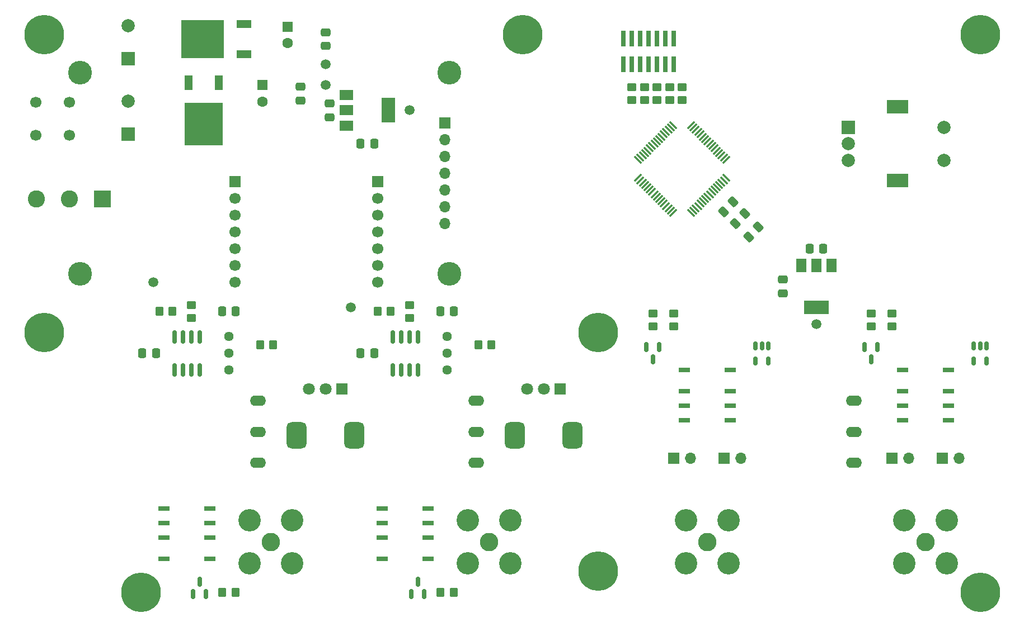
<source format=gbs>
G04 #@! TF.GenerationSoftware,KiCad,Pcbnew,(6.0.7)*
G04 #@! TF.CreationDate,2022-09-12T18:31:15+03:00*
G04 #@! TF.ProjectId,SigGen,53696747-656e-42e6-9b69-6361645f7063,rev?*
G04 #@! TF.SameCoordinates,Original*
G04 #@! TF.FileFunction,Soldermask,Bot*
G04 #@! TF.FilePolarity,Negative*
%FSLAX46Y46*%
G04 Gerber Fmt 4.6, Leading zero omitted, Abs format (unit mm)*
G04 Created by KiCad (PCBNEW (6.0.7)) date 2022-09-12 18:31:15*
%MOMM*%
%LPD*%
G01*
G04 APERTURE LIST*
G04 Aperture macros list*
%AMRoundRect*
0 Rectangle with rounded corners*
0 $1 Rounding radius*
0 $2 $3 $4 $5 $6 $7 $8 $9 X,Y pos of 4 corners*
0 Add a 4 corners polygon primitive as box body*
4,1,4,$2,$3,$4,$5,$6,$7,$8,$9,$2,$3,0*
0 Add four circle primitives for the rounded corners*
1,1,$1+$1,$2,$3*
1,1,$1+$1,$4,$5*
1,1,$1+$1,$6,$7*
1,1,$1+$1,$8,$9*
0 Add four rect primitives between the rounded corners*
20,1,$1+$1,$2,$3,$4,$5,0*
20,1,$1+$1,$4,$5,$6,$7,0*
20,1,$1+$1,$6,$7,$8,$9,0*
20,1,$1+$1,$8,$9,$2,$3,0*%
G04 Aperture macros list end*
%ADD10C,0.800000*%
%ADD11C,6.000000*%
%ADD12C,2.800000*%
%ADD13C,3.400000*%
%ADD14O,2.400000X1.600000*%
%ADD15R,1.700000X1.700000*%
%ADD16O,1.700000X1.700000*%
%ADD17R,1.800000X1.800000*%
%ADD18C,1.800000*%
%ADD19RoundRect,0.750000X-0.750000X1.250000X-0.750000X-1.250000X0.750000X-1.250000X0.750000X1.250000X0*%
%ADD20R,2.000000X2.000000*%
%ADD21C,2.000000*%
%ADD22R,3.200000X2.000000*%
%ADD23C,3.600000*%
%ADD24R,2.200000X1.200000*%
%ADD25R,6.400000X5.800000*%
%ADD26RoundRect,0.250000X0.450000X-0.350000X0.450000X0.350000X-0.450000X0.350000X-0.450000X-0.350000X0*%
%ADD27RoundRect,0.150000X-0.150000X0.512500X-0.150000X-0.512500X0.150000X-0.512500X0.150000X0.512500X0*%
%ADD28RoundRect,0.250000X-0.450000X0.350000X-0.450000X-0.350000X0.450000X-0.350000X0.450000X0.350000X0*%
%ADD29RoundRect,0.250000X-0.350000X-0.450000X0.350000X-0.450000X0.350000X0.450000X-0.350000X0.450000X0*%
%ADD30RoundRect,0.150000X-0.150000X0.825000X-0.150000X-0.825000X0.150000X-0.825000X0.150000X0.825000X0*%
%ADD31R,1.800000X0.800000*%
%ADD32R,1.500000X2.000000*%
%ADD33R,3.800000X2.000000*%
%ADD34RoundRect,0.250000X-0.475000X0.337500X-0.475000X-0.337500X0.475000X-0.337500X0.475000X0.337500X0*%
%ADD35C,1.500000*%
%ADD36RoundRect,0.150000X-0.150000X0.587500X-0.150000X-0.587500X0.150000X-0.587500X0.150000X0.587500X0*%
%ADD37C,1.700000*%
%ADD38RoundRect,0.250000X0.337500X0.475000X-0.337500X0.475000X-0.337500X-0.475000X0.337500X-0.475000X0*%
%ADD39R,1.200000X2.200000*%
%ADD40R,5.800000X6.400000*%
%ADD41RoundRect,0.150000X0.150000X-0.587500X0.150000X0.587500X-0.150000X0.587500X-0.150000X-0.587500X0*%
%ADD42RoundRect,0.075000X0.548008X-0.441942X-0.441942X0.548008X-0.548008X0.441942X0.441942X-0.548008X0*%
%ADD43RoundRect,0.075000X0.548008X0.441942X0.441942X0.548008X-0.548008X-0.441942X-0.441942X-0.548008X0*%
%ADD44RoundRect,0.250000X-0.097227X0.574524X-0.574524X0.097227X0.097227X-0.574524X0.574524X-0.097227X0*%
%ADD45R,2.600000X2.600000*%
%ADD46C,2.600000*%
%ADD47C,1.440000*%
%ADD48RoundRect,0.250000X0.097227X-0.574524X0.574524X-0.097227X-0.097227X0.574524X-0.574524X0.097227X0*%
%ADD49RoundRect,0.250000X0.475000X-0.337500X0.475000X0.337500X-0.475000X0.337500X-0.475000X-0.337500X0*%
%ADD50R,1.600000X1.600000*%
%ADD51C,1.600000*%
%ADD52R,0.740000X2.400000*%
%ADD53RoundRect,0.250000X0.350000X0.450000X-0.350000X0.450000X-0.350000X-0.450000X0.350000X-0.450000X0*%
%ADD54R,2.000000X1.500000*%
%ADD55R,2.000000X3.800000*%
G04 APERTURE END LIST*
D10*
X171135990Y-112080990D03*
X171135990Y-108899010D03*
X167954010Y-112080990D03*
D11*
X169545000Y-110490000D03*
D10*
X167295000Y-110490000D03*
X167954010Y-108899010D03*
X171795000Y-110490000D03*
X169545000Y-112740000D03*
X169545000Y-108240000D03*
X25690000Y-26035000D03*
X29530990Y-24444010D03*
X26349010Y-27625990D03*
X29530990Y-27625990D03*
X30190000Y-26035000D03*
X26349010Y-24444010D03*
X27940000Y-28285000D03*
D11*
X27940000Y-26035000D03*
D10*
X27940000Y-23785000D03*
D12*
X161290000Y-102870000D03*
D13*
X158040000Y-106120000D03*
X158040000Y-99620000D03*
X164540000Y-99620000D03*
X164540000Y-106120000D03*
D14*
X60310000Y-81495000D03*
X60310000Y-86195000D03*
X60310000Y-90895000D03*
D10*
X109510000Y-71120000D03*
X111760000Y-68870000D03*
X113350990Y-69529010D03*
X114010000Y-71120000D03*
X111760000Y-73370000D03*
X110169010Y-69529010D03*
X113350990Y-72710990D03*
X110169010Y-72710990D03*
D11*
X111760000Y-71120000D03*
D15*
X163830000Y-90170000D03*
D16*
X166370000Y-90170000D03*
D12*
X62230000Y-102870000D03*
D13*
X58980000Y-106120000D03*
X65480000Y-106120000D03*
X58980000Y-99620000D03*
X65480000Y-99620000D03*
D17*
X72985000Y-79675000D03*
D18*
X70485000Y-79675000D03*
X67985000Y-79675000D03*
D19*
X74885000Y-86675000D03*
X66085000Y-86675000D03*
D10*
X111760000Y-109565000D03*
X110169010Y-105724010D03*
X111760000Y-105065000D03*
X109510000Y-107315000D03*
X113350990Y-105724010D03*
X113350990Y-108905990D03*
D11*
X111760000Y-107315000D03*
D10*
X110169010Y-108905990D03*
X114010000Y-107315000D03*
D15*
X156210000Y-90170000D03*
D16*
X158750000Y-90170000D03*
D10*
X100330000Y-28285000D03*
X98739010Y-24444010D03*
X98080000Y-26035000D03*
D11*
X100330000Y-26035000D03*
D10*
X101920990Y-27625990D03*
X101920990Y-24444010D03*
X100330000Y-23785000D03*
X102580000Y-26035000D03*
X98739010Y-27625990D03*
D20*
X149595000Y-40045000D03*
D21*
X149595000Y-45045000D03*
X149595000Y-42545000D03*
D22*
X157095000Y-48145000D03*
X157095000Y-36945000D03*
D21*
X164095000Y-45045000D03*
X164095000Y-40045000D03*
D10*
X40954010Y-112080990D03*
D11*
X42545000Y-110490000D03*
D10*
X40954010Y-108899010D03*
X40295000Y-110490000D03*
X42545000Y-108240000D03*
X44795000Y-110490000D03*
X44135990Y-108899010D03*
X44135990Y-112080990D03*
X42545000Y-112740000D03*
D12*
X128270000Y-102870000D03*
D13*
X131520000Y-99620000D03*
X131520000Y-106120000D03*
X125020000Y-99620000D03*
X125020000Y-106120000D03*
D10*
X167295000Y-26035000D03*
X169545000Y-23785000D03*
X171135990Y-27625990D03*
X171795000Y-26035000D03*
X169545000Y-28285000D03*
D11*
X169545000Y-26035000D03*
D10*
X167954010Y-24444010D03*
X171135990Y-24444010D03*
X167954010Y-27625990D03*
D17*
X106005000Y-79675000D03*
D18*
X103505000Y-79675000D03*
X101005000Y-79675000D03*
D19*
X99105000Y-86675000D03*
X107905000Y-86675000D03*
D15*
X123190000Y-90170000D03*
D16*
X125730000Y-90170000D03*
D14*
X150480000Y-81495000D03*
X150480000Y-86195000D03*
X150480000Y-90895000D03*
X93330000Y-81495000D03*
X93330000Y-86195000D03*
X93330000Y-90895000D03*
D10*
X25690000Y-71120000D03*
X30190000Y-71120000D03*
X27940000Y-68870000D03*
X27940000Y-73370000D03*
X29530990Y-69529010D03*
X26349010Y-72710990D03*
D11*
X27940000Y-71120000D03*
D10*
X29530990Y-72710990D03*
X26349010Y-69529010D03*
D23*
X33330000Y-31750000D03*
X89210000Y-31750000D03*
X89210000Y-62230000D03*
X33330000Y-62230000D03*
D15*
X88575000Y-39370000D03*
D16*
X88575000Y-41910000D03*
X88575000Y-44450000D03*
X88575000Y-46990000D03*
X88575000Y-49530000D03*
X88575000Y-52070000D03*
X88575000Y-54610000D03*
D12*
X95250000Y-102870000D03*
D13*
X92000000Y-99620000D03*
X98500000Y-99620000D03*
X98500000Y-106120000D03*
X92000000Y-106120000D03*
D15*
X130810000Y-90170000D03*
D16*
X133350000Y-90170000D03*
D24*
X58175000Y-24390000D03*
D25*
X51875000Y-26670000D03*
D24*
X58175000Y-28950000D03*
D20*
X40640000Y-41102677D03*
D21*
X40640000Y-36102677D03*
D26*
X116840000Y-35925000D03*
X116840000Y-33925000D03*
D27*
X135575000Y-73157500D03*
X136525000Y-73157500D03*
X137475000Y-73157500D03*
X137475000Y-75432500D03*
X135575000Y-75432500D03*
D28*
X83185000Y-66945000D03*
X83185000Y-68945000D03*
D29*
X60595000Y-73025000D03*
X62595000Y-73025000D03*
D30*
X47625000Y-71820000D03*
X48895000Y-71820000D03*
X50165000Y-71820000D03*
X51435000Y-71820000D03*
X51435000Y-76770000D03*
X50165000Y-76770000D03*
X48895000Y-76770000D03*
X47625000Y-76770000D03*
D31*
X164790000Y-76845000D03*
X164790000Y-80045000D03*
X164790000Y-82245000D03*
X164790000Y-84445000D03*
X157790000Y-84445000D03*
X157790000Y-82245000D03*
X157790000Y-80045000D03*
X157790000Y-76845000D03*
D29*
X45355000Y-67945000D03*
X47355000Y-67945000D03*
D32*
X142480000Y-60985000D03*
X144780000Y-60985000D03*
D33*
X144780000Y-67285000D03*
D32*
X147080000Y-60985000D03*
D34*
X66675000Y-33887500D03*
X66675000Y-35962500D03*
D35*
X144780000Y-69850000D03*
D36*
X119065000Y-73357500D03*
X120965000Y-73357500D03*
X120015000Y-75232500D03*
D28*
X124460000Y-33925000D03*
X124460000Y-35925000D03*
D15*
X78360000Y-48260000D03*
D37*
X78360000Y-50800000D03*
X78360000Y-53340000D03*
X78360000Y-55880000D03*
X78360000Y-58420000D03*
X78360000Y-60960000D03*
X78360000Y-63500000D03*
D38*
X77872500Y-42545000D03*
X75797500Y-42545000D03*
D39*
X49790000Y-33265000D03*
D40*
X52070000Y-39565000D03*
D39*
X54350000Y-33265000D03*
D31*
X131770000Y-76845000D03*
X131770000Y-80045000D03*
X131770000Y-82245000D03*
X131770000Y-84445000D03*
X124770000Y-84445000D03*
X124770000Y-82245000D03*
X124770000Y-80045000D03*
X124770000Y-76845000D03*
D36*
X152085000Y-73357500D03*
X153985000Y-73357500D03*
X153035000Y-75232500D03*
D41*
X85405000Y-110792500D03*
X83505000Y-110792500D03*
X84455000Y-108917500D03*
D38*
X145817500Y-58420000D03*
X143742500Y-58420000D03*
D34*
X71120000Y-36427500D03*
X71120000Y-38502500D03*
D42*
X131124481Y-47716181D03*
X130770928Y-48069734D03*
X130417375Y-48423287D03*
X130063821Y-48776841D03*
X129710268Y-49130394D03*
X129356714Y-49483948D03*
X129003161Y-49837501D03*
X128649608Y-50191054D03*
X128296054Y-50544608D03*
X127942501Y-50898161D03*
X127588948Y-51251714D03*
X127235394Y-51605268D03*
X126881841Y-51958821D03*
X126528287Y-52312375D03*
X126174734Y-52665928D03*
X125821181Y-53019481D03*
D43*
X123098819Y-53019481D03*
X122745266Y-52665928D03*
X122391713Y-52312375D03*
X122038159Y-51958821D03*
X121684606Y-51605268D03*
X121331052Y-51251714D03*
X120977499Y-50898161D03*
X120623946Y-50544608D03*
X120270392Y-50191054D03*
X119916839Y-49837501D03*
X119563286Y-49483948D03*
X119209732Y-49130394D03*
X118856179Y-48776841D03*
X118502625Y-48423287D03*
X118149072Y-48069734D03*
X117795519Y-47716181D03*
D42*
X117795519Y-44993819D03*
X118149072Y-44640266D03*
X118502625Y-44286713D03*
X118856179Y-43933159D03*
X119209732Y-43579606D03*
X119563286Y-43226052D03*
X119916839Y-42872499D03*
X120270392Y-42518946D03*
X120623946Y-42165392D03*
X120977499Y-41811839D03*
X121331052Y-41458286D03*
X121684606Y-41104732D03*
X122038159Y-40751179D03*
X122391713Y-40397625D03*
X122745266Y-40044072D03*
X123098819Y-39690519D03*
D43*
X125821181Y-39690519D03*
X126174734Y-40044072D03*
X126528287Y-40397625D03*
X126881841Y-40751179D03*
X127235394Y-41104732D03*
X127588948Y-41458286D03*
X127942501Y-41811839D03*
X128296054Y-42165392D03*
X128649608Y-42518946D03*
X129003161Y-42872499D03*
X129356714Y-43226052D03*
X129710268Y-43579606D03*
X130063821Y-43933159D03*
X130417375Y-44286713D03*
X130770928Y-44640266D03*
X131124481Y-44993819D03*
D34*
X70485000Y-25632500D03*
X70485000Y-27707500D03*
D44*
X132178623Y-51336377D03*
X130711377Y-52803623D03*
D26*
X120650000Y-35925000D03*
X120650000Y-33925000D03*
D45*
X36750000Y-50935000D03*
D46*
X31750000Y-50935000D03*
X26750000Y-50935000D03*
D28*
X50165000Y-66945000D03*
X50165000Y-68945000D03*
D31*
X79050000Y-105400000D03*
X79050000Y-102200000D03*
X79050000Y-100000000D03*
X79050000Y-97800000D03*
X86050000Y-97800000D03*
X86050000Y-100000000D03*
X86050000Y-102200000D03*
X86050000Y-105400000D03*
D29*
X93615000Y-73025000D03*
X95615000Y-73025000D03*
D38*
X44852500Y-74295000D03*
X42777500Y-74295000D03*
D47*
X55880000Y-76845000D03*
X55880000Y-74305000D03*
X55880000Y-71765000D03*
D30*
X80645000Y-71820000D03*
X81915000Y-71820000D03*
X83185000Y-71820000D03*
X84455000Y-71820000D03*
X84455000Y-76770000D03*
X83185000Y-76770000D03*
X81915000Y-76770000D03*
X80645000Y-76770000D03*
D47*
X88900000Y-76845000D03*
X88900000Y-74305000D03*
X88900000Y-71765000D03*
D48*
X134521377Y-56613623D03*
X135988623Y-55146377D03*
D38*
X77872500Y-74295000D03*
X75797500Y-74295000D03*
D26*
X122555000Y-35925000D03*
X122555000Y-33925000D03*
D35*
X83185000Y-37465000D03*
D49*
X139700000Y-65172500D03*
X139700000Y-63097500D03*
D20*
X40640000Y-29672677D03*
D21*
X40640000Y-24672677D03*
D31*
X46030000Y-105400000D03*
X46030000Y-102200000D03*
X46030000Y-100000000D03*
X46030000Y-97800000D03*
X53030000Y-97800000D03*
X53030000Y-100000000D03*
X53030000Y-102200000D03*
X53030000Y-105400000D03*
D28*
X123190000Y-68215000D03*
X123190000Y-70215000D03*
D50*
X60960000Y-33655000D03*
D51*
X60960000Y-36155000D03*
D28*
X120015000Y-68215000D03*
X120015000Y-70215000D03*
D52*
X115570000Y-26625000D03*
X115570000Y-30525000D03*
X116840000Y-26625000D03*
X116840000Y-30525000D03*
X118110000Y-26625000D03*
X118110000Y-30525000D03*
X119380000Y-26625000D03*
X119380000Y-30525000D03*
X120650000Y-26625000D03*
X120650000Y-30525000D03*
X121920000Y-26625000D03*
X121920000Y-30525000D03*
X123190000Y-26625000D03*
X123190000Y-30525000D03*
D28*
X153035000Y-68215000D03*
X153035000Y-70215000D03*
D35*
X44450000Y-63500000D03*
D37*
X31710000Y-41235000D03*
X26710000Y-36235000D03*
X26710000Y-41235000D03*
X31710000Y-36235000D03*
D44*
X133974674Y-53132428D03*
X132507428Y-54599674D03*
D29*
X78375000Y-67945000D03*
X80375000Y-67945000D03*
D38*
X56917500Y-67945000D03*
X54842500Y-67945000D03*
D26*
X118745000Y-35925000D03*
X118745000Y-33925000D03*
D15*
X56770000Y-48260000D03*
D37*
X56770000Y-50800000D03*
X56770000Y-53340000D03*
X56770000Y-55880000D03*
X56770000Y-58420000D03*
X56770000Y-60960000D03*
X56770000Y-63500000D03*
D38*
X89937500Y-67945000D03*
X87862500Y-67945000D03*
D35*
X70485000Y-30480000D03*
D41*
X52385000Y-110792500D03*
X50485000Y-110792500D03*
X51435000Y-108917500D03*
D35*
X74295000Y-67310000D03*
D53*
X89900000Y-110490000D03*
X87900000Y-110490000D03*
X56880000Y-110490000D03*
X54880000Y-110490000D03*
D27*
X168595000Y-73157500D03*
X169545000Y-73157500D03*
X170495000Y-73157500D03*
X170495000Y-75432500D03*
X168595000Y-75432500D03*
D54*
X73685000Y-39765000D03*
D55*
X79985000Y-37465000D03*
D54*
X73685000Y-37465000D03*
X73685000Y-35165000D03*
D35*
X70485000Y-33655000D03*
D50*
X64770000Y-24817621D03*
D51*
X64770000Y-27317621D03*
D28*
X156210000Y-68215000D03*
X156210000Y-70215000D03*
M02*

</source>
